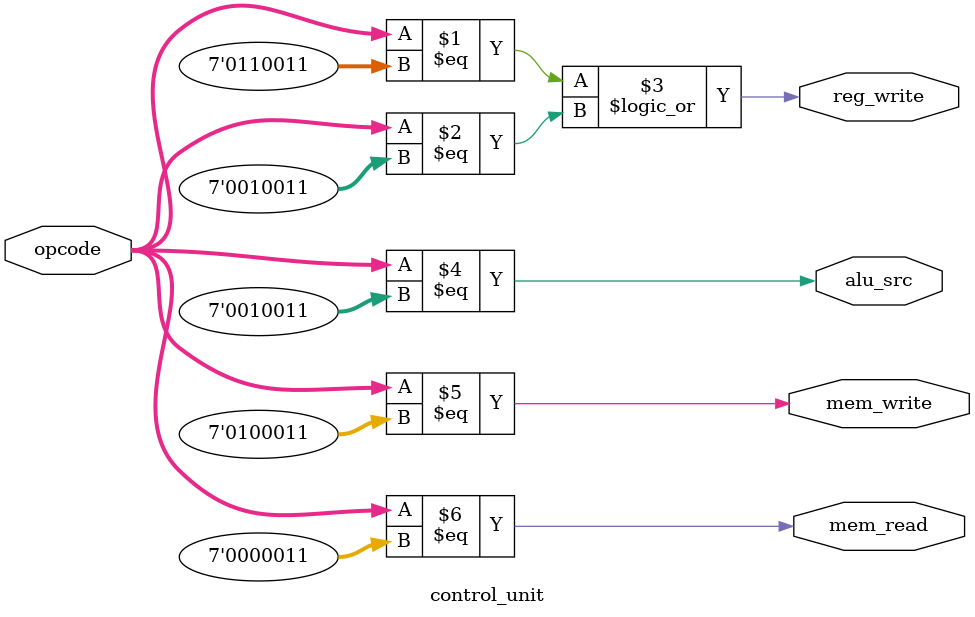
<source format=v>
module control_unit (
    input wire [6:0] opcode,
    output wire reg_write, alu_src, mem_write, mem_read
);
    assign reg_write = (opcode == 7'b0110011) || (opcode == 7'b0010011);  // R-type and I-type
    assign alu_src = (opcode == 7'b0010011);  // Immediate operations
    assign mem_write = (opcode == 7'b0100011);  // Store
    assign mem_read = (opcode == 7'b0000011);  // Load
endmodule

</source>
